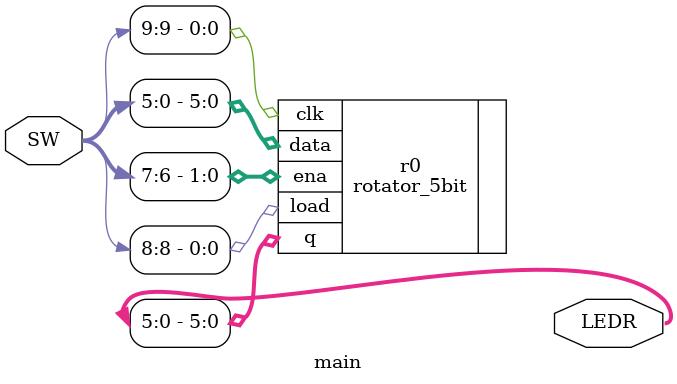
<source format=v>
module main(
	input 	[9:0] 	SW,
	output 	[9:0] 	LEDR
);

rotator_5bit r0(.clk(SW[9]), .load(SW[8]), .ena(SW[7:6]), .data(SW[5:0]), .q(LEDR[5:0]));

endmodule
</source>
